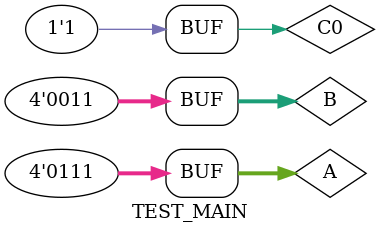
<source format=v>
`timescale 1ns / 1ps


module TEST_MAIN;

	// Inputs
	reg [3:0] A;
	reg [3:0] B;
	reg C0;

	// Outputs
	wire [3:0] F;
	wire C4;

	// Instantiate the Unit Under Test (UUT)
	MAIN uut (
		.A(A), 
		.B(B), 
		.C0(C0), 
		.F(F), 
		.C4(C4)
	);

	initial begin
		// Initialize Inputs
		A = 4'b0000;
		B = 4'b0000;
		C0 = 0;

		// Wait 100 ns for global reset to finish
		#100;
        
		// Add stimulus here
		
		A = 4'b0001;
		B = 4'b0000;
		C0 = 0;

		// Wait 100 ns for global reset to finish
		#100;
		
		A = 4'b0001;
		B = 4'b0001;
		C0 = 0;

		// Wait 100 ns for global reset to finish
		#100;
		
		A = 4'b0111;
		B = 4'b0011;
		C0 = 0;

		// Wait 100 ns for global reset to finish
		#100;
		
		A = 4'b0111;
		B = 4'b0011;
		C0 = 1;

		// Wait 100 ns for global reset to finish
		#100;
	end
      
endmodule


</source>
